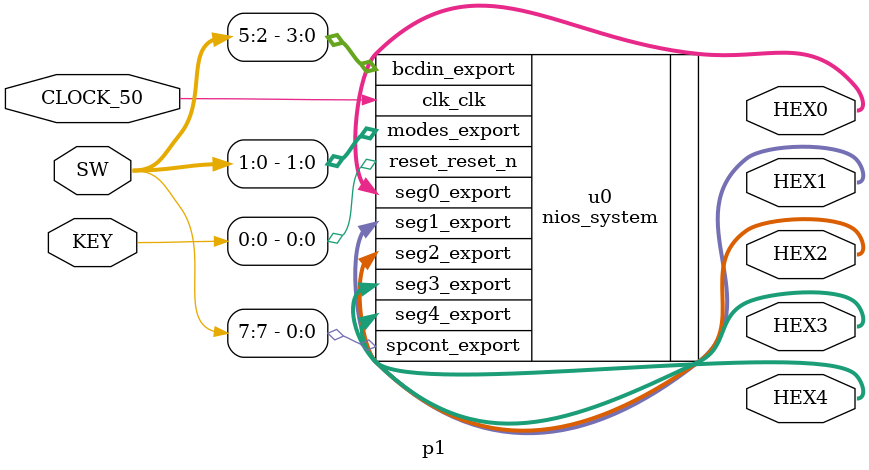
<source format=v>
module p1 (
	 
	input CLOCK_50, 		   
	input [3:0] KEY,			
	input [7:0] SW,
	output [7:0] HEX0,		// First 7-segment 
	output [7:0] HEX1,		// Second 7-segment 
	output [7:0] HEX2,		// Third 7-segment 
	output [7:0] HEX3,		// Fourth 7-segment 
	output [7:0] HEX4		// Fifth 7-segment 
		
);
	
	
	nios_system u0 (
		.clk_clk       (CLOCK_50),       //    clk.clk
		.modes_export  (SW[1:0]),  //  modes.export
		.bcdin_export  (SW[5:2]),  //  modes.export
		.spcont_export  (SW[7]),  //  modes.export
		//.mode_export  (SW[1:0]),  //  modes.export
		.reset_reset_n (KEY[0]), //  reset.reset_n
		.seg0_export   (HEX0),   //   seg0.export
		.seg1_export   (HEX1),   //   seg1.export
		.seg2_export   (HEX2),   //   seg2.export
		.seg3_export   (HEX3),   //   seg3.export
		.seg4_export   (HEX4)   //   seg4.export	
	);
	
	endmodule 
</source>
